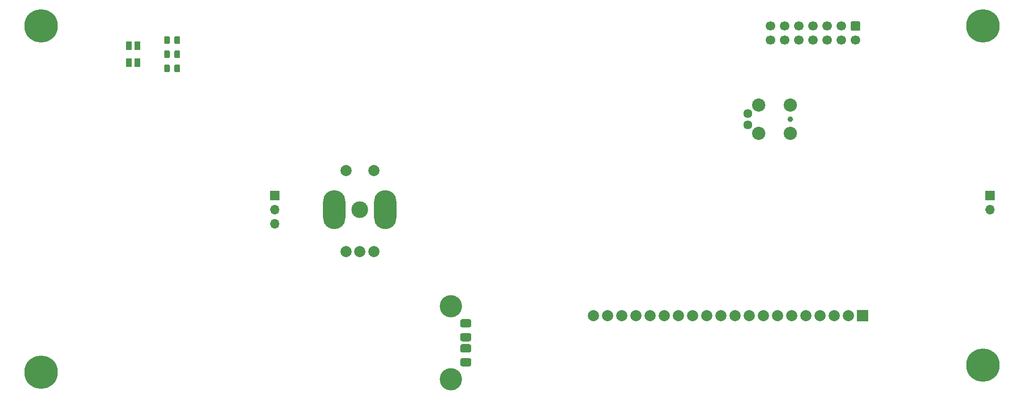
<source format=gbr>
%TF.GenerationSoftware,KiCad,Pcbnew,(5.1.8-0-10_14)*%
%TF.CreationDate,2021-12-04T19:42:54-08:00*%
%TF.ProjectId,Control,436f6e74-726f-46c2-9e6b-696361645f70,rev?*%
%TF.SameCoordinates,Original*%
%TF.FileFunction,Soldermask,Bot*%
%TF.FilePolarity,Negative*%
%FSLAX46Y46*%
G04 Gerber Fmt 4.6, Leading zero omitted, Abs format (unit mm)*
G04 Created by KiCad (PCBNEW (5.1.8-0-10_14)) date 2021-12-04 19:42:54*
%MOMM*%
%LPD*%
G01*
G04 APERTURE LIST*
%ADD10C,3.000000*%
%ADD11O,4.000000X7.000000*%
%ADD12C,2.000000*%
%ADD13C,0.800000*%
%ADD14C,6.000000*%
%ADD15C,4.000000*%
%ADD16R,1.100000X1.500000*%
%ADD17O,1.700000X1.700000*%
%ADD18R,1.700000X1.700000*%
%ADD19C,1.700000*%
%ADD20C,0.990600*%
%ADD21C,2.374900*%
%ADD22C,1.612900*%
%ADD23R,2.000000X2.000000*%
G04 APERTURE END LIST*
D10*
%TO.C,SW1*%
X116840000Y-101600000D03*
D11*
X112290000Y-101600000D03*
X121390000Y-101600000D03*
D12*
X114340000Y-94600000D03*
X119340000Y-94600000D03*
X119340000Y-109100000D03*
X114340000Y-109100000D03*
X116840000Y-109100000D03*
%TD*%
D13*
%TO.C,H4*%
X230190990Y-127949010D03*
X228600000Y-127290000D03*
X227009010Y-127949010D03*
X226350000Y-129540000D03*
X227009010Y-131130990D03*
X228600000Y-131790000D03*
X230190990Y-131130990D03*
X230850000Y-129540000D03*
D14*
X228600000Y-129540000D03*
%TD*%
D13*
%TO.C,H3*%
X61280990Y-129219010D03*
X59690000Y-128560000D03*
X58099010Y-129219010D03*
X57440000Y-130810000D03*
X58099010Y-132400990D03*
X59690000Y-133060000D03*
X61280990Y-132400990D03*
X61940000Y-130810000D03*
D14*
X59690000Y-130810000D03*
%TD*%
D13*
%TO.C,H2*%
X230190990Y-66989010D03*
X228600000Y-66330000D03*
X227009010Y-66989010D03*
X226350000Y-68580000D03*
X227009010Y-70170990D03*
X228600000Y-70830000D03*
X230190990Y-70170990D03*
X230850000Y-68580000D03*
D14*
X228600000Y-68580000D03*
%TD*%
D13*
%TO.C,H1*%
X61280990Y-66989010D03*
X59690000Y-66330000D03*
X58099010Y-66989010D03*
X57440000Y-68580000D03*
X58099010Y-70170990D03*
X59690000Y-70830000D03*
X61280990Y-70170990D03*
X61940000Y-68580000D03*
D14*
X59690000Y-68580000D03*
%TD*%
D15*
%TO.C,USB1*%
X133134000Y-118943000D03*
X133134000Y-132083000D03*
G36*
G01*
X135219000Y-128263000D02*
X136469000Y-128263000D01*
G75*
G02*
X136844000Y-128638000I0J-375000D01*
G01*
X136844000Y-129388000D01*
G75*
G02*
X136469000Y-129763000I-375000J0D01*
G01*
X135219000Y-129763000D01*
G75*
G02*
X134844000Y-129388000I0J375000D01*
G01*
X134844000Y-128638000D01*
G75*
G02*
X135219000Y-128263000I375000J0D01*
G01*
G37*
G36*
G01*
X135219000Y-125763000D02*
X136469000Y-125763000D01*
G75*
G02*
X136844000Y-126138000I0J-375000D01*
G01*
X136844000Y-126888000D01*
G75*
G02*
X136469000Y-127263000I-375000J0D01*
G01*
X135219000Y-127263000D01*
G75*
G02*
X134844000Y-126888000I0J375000D01*
G01*
X134844000Y-126138000D01*
G75*
G02*
X135219000Y-125763000I375000J0D01*
G01*
G37*
G36*
G01*
X135219000Y-123763000D02*
X136469000Y-123763000D01*
G75*
G02*
X136844000Y-124138000I0J-375000D01*
G01*
X136844000Y-124888000D01*
G75*
G02*
X136469000Y-125263000I-375000J0D01*
G01*
X135219000Y-125263000D01*
G75*
G02*
X134844000Y-124888000I0J375000D01*
G01*
X134844000Y-124138000D01*
G75*
G02*
X135219000Y-123763000I375000J0D01*
G01*
G37*
G36*
G01*
X135219000Y-121263000D02*
X136469000Y-121263000D01*
G75*
G02*
X136844000Y-121638000I0J-375000D01*
G01*
X136844000Y-122388000D01*
G75*
G02*
X136469000Y-122763000I-375000J0D01*
G01*
X135219000Y-122763000D01*
G75*
G02*
X134844000Y-122388000I0J375000D01*
G01*
X134844000Y-121638000D01*
G75*
G02*
X135219000Y-121263000I375000J0D01*
G01*
G37*
%TD*%
D16*
%TO.C,D1*%
X76950000Y-72160000D03*
X76950000Y-75160000D03*
X75450000Y-75160000D03*
X75450000Y-72160000D03*
%TD*%
D17*
%TO.C,SW3*%
X101600000Y-104140000D03*
X101600000Y-101600000D03*
D18*
X101600000Y-99060000D03*
%TD*%
D17*
%TO.C,SW2*%
X229870000Y-101600000D03*
D18*
X229870000Y-99060000D03*
%TD*%
%TO.C,R10*%
G36*
G01*
X83585000Y-71570001D02*
X83585000Y-70669999D01*
G75*
G02*
X83834999Y-70420000I249999J0D01*
G01*
X84360001Y-70420000D01*
G75*
G02*
X84610000Y-70669999I0J-249999D01*
G01*
X84610000Y-71570001D01*
G75*
G02*
X84360001Y-71820000I-249999J0D01*
G01*
X83834999Y-71820000D01*
G75*
G02*
X83585000Y-71570001I0J249999D01*
G01*
G37*
G36*
G01*
X81760000Y-71570001D02*
X81760000Y-70669999D01*
G75*
G02*
X82009999Y-70420000I249999J0D01*
G01*
X82535001Y-70420000D01*
G75*
G02*
X82785000Y-70669999I0J-249999D01*
G01*
X82785000Y-71570001D01*
G75*
G02*
X82535001Y-71820000I-249999J0D01*
G01*
X82009999Y-71820000D01*
G75*
G02*
X81760000Y-71570001I0J249999D01*
G01*
G37*
%TD*%
%TO.C,R9*%
G36*
G01*
X83585000Y-76650001D02*
X83585000Y-75749999D01*
G75*
G02*
X83834999Y-75500000I249999J0D01*
G01*
X84360001Y-75500000D01*
G75*
G02*
X84610000Y-75749999I0J-249999D01*
G01*
X84610000Y-76650001D01*
G75*
G02*
X84360001Y-76900000I-249999J0D01*
G01*
X83834999Y-76900000D01*
G75*
G02*
X83585000Y-76650001I0J249999D01*
G01*
G37*
G36*
G01*
X81760000Y-76650001D02*
X81760000Y-75749999D01*
G75*
G02*
X82009999Y-75500000I249999J0D01*
G01*
X82535001Y-75500000D01*
G75*
G02*
X82785000Y-75749999I0J-249999D01*
G01*
X82785000Y-76650001D01*
G75*
G02*
X82535001Y-76900000I-249999J0D01*
G01*
X82009999Y-76900000D01*
G75*
G02*
X81760000Y-76650001I0J249999D01*
G01*
G37*
%TD*%
%TO.C,R8*%
G36*
G01*
X83585000Y-74110001D02*
X83585000Y-73209999D01*
G75*
G02*
X83834999Y-72960000I249999J0D01*
G01*
X84360001Y-72960000D01*
G75*
G02*
X84610000Y-73209999I0J-249999D01*
G01*
X84610000Y-74110001D01*
G75*
G02*
X84360001Y-74360000I-249999J0D01*
G01*
X83834999Y-74360000D01*
G75*
G02*
X83585000Y-74110001I0J249999D01*
G01*
G37*
G36*
G01*
X81760000Y-74110001D02*
X81760000Y-73209999D01*
G75*
G02*
X82009999Y-72960000I249999J0D01*
G01*
X82535001Y-72960000D01*
G75*
G02*
X82785000Y-73209999I0J-249999D01*
G01*
X82785000Y-74110001D01*
G75*
G02*
X82535001Y-74360000I-249999J0D01*
G01*
X82009999Y-74360000D01*
G75*
G02*
X81760000Y-74110001I0J249999D01*
G01*
G37*
%TD*%
D19*
%TO.C,MCU1*%
X190500000Y-71120000D03*
X193040000Y-71120000D03*
X195580000Y-71120000D03*
X198120000Y-71120000D03*
X200660000Y-71120000D03*
X203200000Y-71120000D03*
X205740000Y-71120000D03*
X190500000Y-68580000D03*
X193040000Y-68580000D03*
X195580000Y-68580000D03*
X198120000Y-68580000D03*
X200660000Y-68580000D03*
X203200000Y-68580000D03*
G36*
G01*
X205140000Y-67730000D02*
X206340000Y-67730000D01*
G75*
G02*
X206590000Y-67980000I0J-250000D01*
G01*
X206590000Y-69180000D01*
G75*
G02*
X206340000Y-69430000I-250000J0D01*
G01*
X205140000Y-69430000D01*
G75*
G02*
X204890000Y-69180000I0J250000D01*
G01*
X204890000Y-67980000D01*
G75*
G02*
X205140000Y-67730000I250000J0D01*
G01*
G37*
%TD*%
D20*
%TO.C,ISP1*%
X194056000Y-85344000D03*
D21*
X188341000Y-87884000D03*
X194056000Y-87884000D03*
X194056000Y-82804000D03*
X188341000Y-82804000D03*
D22*
X186436000Y-86360000D03*
X186436000Y-84328000D03*
%TD*%
D12*
%TO.C,DISP1*%
X158750000Y-120650000D03*
X161290000Y-120650000D03*
X163830000Y-120650000D03*
X166370000Y-120650000D03*
X168910000Y-120650000D03*
X171450000Y-120650000D03*
X173990000Y-120650000D03*
X176530000Y-120650000D03*
X179070000Y-120650000D03*
X181610000Y-120650000D03*
D23*
X207010000Y-120650000D03*
D12*
X204470000Y-120650000D03*
X201930000Y-120650000D03*
X199390000Y-120650000D03*
X196850000Y-120650000D03*
X194310000Y-120650000D03*
X191770000Y-120650000D03*
X189230000Y-120650000D03*
X186690000Y-120650000D03*
X184150000Y-120650000D03*
%TD*%
M02*

</source>
